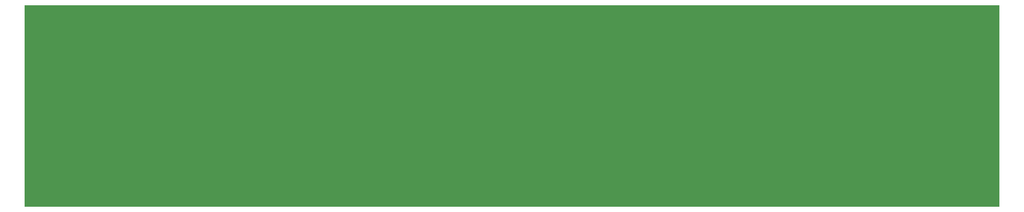
<source format=gts>
G75*
%MOIN*%
%OFA0B0*%
%FSLAX24Y24*%
%IPPOS*%
%LPD*%
%AMOC8*
5,1,8,0,0,1.08239X$1,22.5*
%
%ADD10C,0.0000*%
%ADD11R,5.5500X1.1500*%
%ADD12C,0.1700*%
%ADD13C,0.3235*%
%ADD14C,0.2802*%
D10*
X002680Y001850D02*
X002680Y009724D01*
X053271Y009724D01*
X053271Y001850D01*
X002680Y001850D01*
D11*
X027850Y005850D03*
D12*
X051971Y006771D03*
X003861Y006771D03*
D13*
X020650Y004352D03*
X027400Y007254D03*
X040912Y007256D03*
X047650Y004347D03*
X034155Y004353D03*
D14*
X010690Y006737D03*
M02*

</source>
